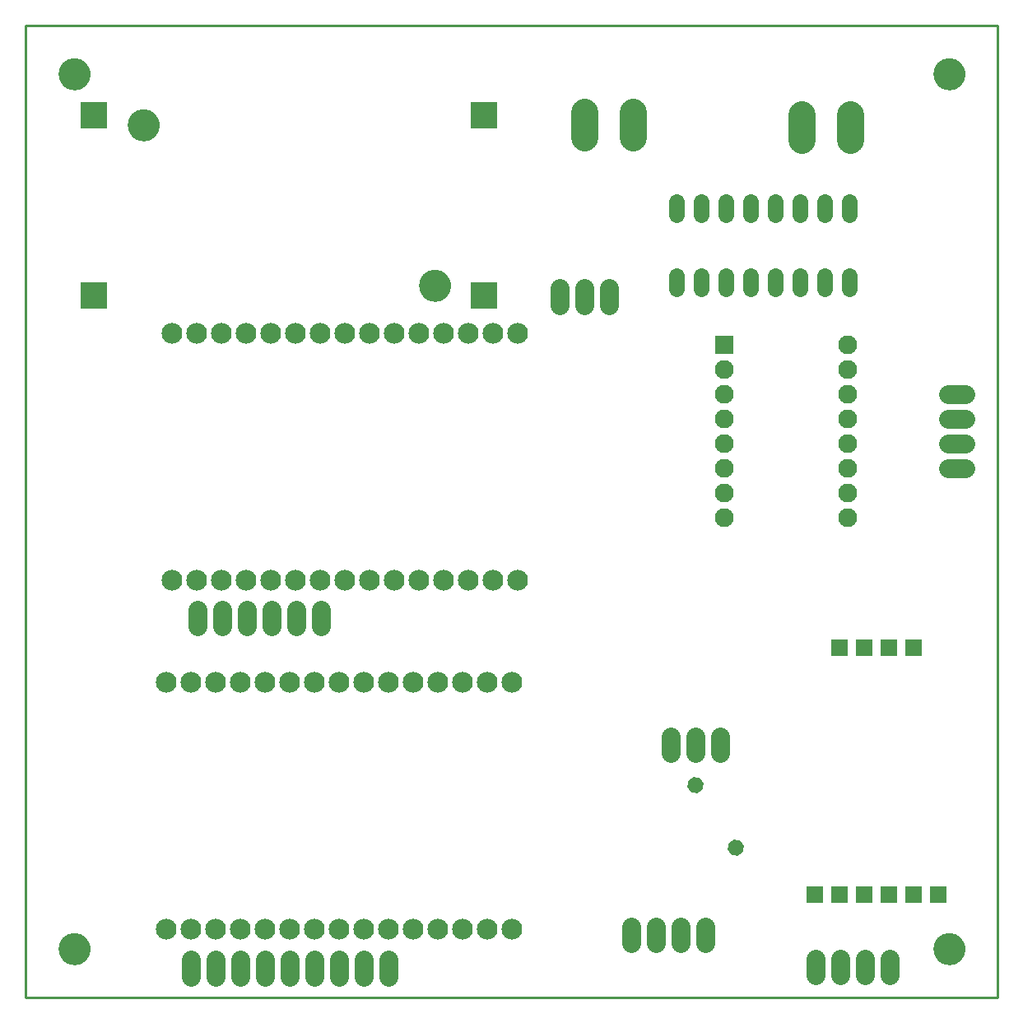
<source format=gbr>
G04 EAGLE Gerber RS-274X export*
G75*
%MOIN*%
%FSLAX34Y34*%
%LPD*%
%INSoldermask Bottom*%
%IPPOS*%
%AMOC8*
5,1,8,0,0,1.08239X$1,22.5*%
G01*
%ADD10C,0.126110*%
%ADD11C,0.062400*%
%ADD12C,0.076000*%
%ADD13R,0.108000X0.108000*%
%ADD14R,0.076268X0.076268*%
%ADD15C,0.076268*%
%ADD16R,0.068236X0.068236*%
%ADD17C,0.110992*%
%ADD18P,0.067541X8X145.100000*%
%ADD19C,0.084000*%
%ADD20C,0.010000*%


D10*
X37402Y37402D03*
X37402Y1969D03*
X1969Y37402D03*
X1969Y1969D03*
D11*
X26362Y28697D02*
X26362Y29241D01*
X27362Y29241D02*
X27362Y28697D01*
X32362Y28697D02*
X32362Y29241D01*
X33362Y29241D02*
X33362Y28697D01*
X28362Y28697D02*
X28362Y29241D01*
X29362Y29241D02*
X29362Y28697D01*
X31362Y28697D02*
X31362Y29241D01*
X30362Y29241D02*
X30362Y28697D01*
X33362Y31697D02*
X33362Y32241D01*
X32362Y32241D02*
X32362Y31697D01*
X31362Y31697D02*
X31362Y32241D01*
X30362Y32241D02*
X30362Y31697D01*
X29362Y31697D02*
X29362Y32241D01*
X28362Y32241D02*
X28362Y31697D01*
X27362Y31697D02*
X27362Y32241D01*
X26362Y32241D02*
X26362Y31697D01*
D12*
X35004Y1560D02*
X35004Y880D01*
X34004Y880D02*
X34004Y1560D01*
X33004Y1560D02*
X33004Y880D01*
X32004Y880D02*
X32004Y1560D01*
X27524Y2180D02*
X27524Y2860D01*
X26524Y2860D02*
X26524Y2180D01*
X25524Y2180D02*
X25524Y2860D01*
X24524Y2860D02*
X24524Y2180D01*
X37377Y21413D02*
X38057Y21413D01*
X38057Y22413D02*
X37377Y22413D01*
X37377Y23413D02*
X38057Y23413D01*
X38057Y24413D02*
X37377Y24413D01*
X21638Y28046D02*
X21638Y28726D01*
X22638Y28726D02*
X22638Y28046D01*
X23638Y28046D02*
X23638Y28726D01*
D10*
X4769Y35337D03*
X16569Y28837D03*
D13*
X18569Y28437D03*
X18569Y35737D03*
X2769Y35737D03*
X2769Y28437D03*
D14*
X28287Y26413D03*
D15*
X28287Y25413D03*
X28287Y24413D03*
X28287Y23413D03*
X28287Y22413D03*
X28287Y21413D03*
X28287Y20413D03*
X28287Y19413D03*
X33287Y19413D03*
X33287Y20413D03*
X33287Y21413D03*
X33287Y22413D03*
X33287Y23413D03*
X33287Y24413D03*
X33287Y25413D03*
X33287Y26413D03*
D16*
X31965Y4169D03*
X32965Y4169D03*
X33965Y4169D03*
X34965Y4169D03*
X35965Y4169D03*
X36965Y4169D03*
X35965Y14169D03*
X34965Y14169D03*
X33965Y14169D03*
X32965Y14169D03*
D17*
X24606Y34839D02*
X24606Y35869D01*
X22638Y35869D02*
X22638Y34839D01*
X31417Y34721D02*
X31417Y35751D01*
X33386Y35751D02*
X33386Y34721D01*
D12*
X28126Y10576D02*
X28126Y9896D01*
X27126Y9896D02*
X27126Y10576D01*
X26126Y10576D02*
X26126Y9896D01*
D18*
X28761Y6059D03*
X27145Y8587D03*
D19*
X5945Y16890D03*
X6945Y16890D03*
X7945Y16890D03*
X8945Y16890D03*
X9945Y16890D03*
X10945Y16890D03*
X11945Y16890D03*
X12945Y16890D03*
X13945Y16890D03*
X14945Y16890D03*
X15945Y16890D03*
X16945Y16890D03*
X17945Y16890D03*
X18945Y16890D03*
X19945Y16890D03*
X5945Y26890D03*
X6945Y26890D03*
X7945Y26890D03*
X8945Y26890D03*
X9945Y26890D03*
X10945Y26890D03*
X11945Y26890D03*
X12945Y26890D03*
X13945Y26890D03*
X14945Y26890D03*
X15945Y26890D03*
X16945Y26890D03*
X17945Y26890D03*
X18945Y26890D03*
X19945Y26890D03*
X5709Y2756D03*
X6709Y2756D03*
X7709Y2756D03*
X8709Y2756D03*
X9709Y2756D03*
X10709Y2756D03*
X11709Y2756D03*
X12709Y2756D03*
X13709Y2756D03*
X14709Y2756D03*
X15709Y2756D03*
X16709Y2756D03*
X17709Y2756D03*
X18709Y2756D03*
X19709Y2756D03*
X5709Y12756D03*
X6709Y12756D03*
X7709Y12756D03*
X8709Y12756D03*
X9709Y12756D03*
X10709Y12756D03*
X11709Y12756D03*
X12709Y12756D03*
X13709Y12756D03*
X14709Y12756D03*
X15709Y12756D03*
X16709Y12756D03*
X17709Y12756D03*
X18709Y12756D03*
X19709Y12756D03*
D12*
X14709Y1521D02*
X14709Y841D01*
X13709Y841D02*
X13709Y1521D01*
X12709Y1521D02*
X12709Y841D01*
X11709Y841D02*
X11709Y1521D01*
X10709Y1521D02*
X10709Y841D01*
X9709Y841D02*
X9709Y1521D01*
X8709Y1521D02*
X8709Y841D01*
X7709Y841D02*
X7709Y1521D01*
X6709Y1521D02*
X6709Y841D01*
X11949Y15014D02*
X11949Y15694D01*
X10949Y15694D02*
X10949Y15014D01*
X9949Y15014D02*
X9949Y15694D01*
X8949Y15694D02*
X8949Y15014D01*
X7949Y15014D02*
X7949Y15694D01*
X6949Y15694D02*
X6949Y15014D01*
D20*
X0Y0D02*
X39370Y0D01*
X39370Y39370D01*
X0Y39370D01*
X0Y0D01*
X37992Y37380D02*
X37989Y37338D01*
X37983Y37297D01*
X37974Y37255D01*
X37962Y37215D01*
X37948Y37175D01*
X37930Y37137D01*
X37910Y37100D01*
X37887Y37065D01*
X37862Y37031D01*
X37834Y36999D01*
X37804Y36969D01*
X37772Y36941D01*
X37739Y36916D01*
X37703Y36893D01*
X37666Y36873D01*
X37628Y36856D01*
X37588Y36841D01*
X37548Y36829D01*
X37506Y36820D01*
X37465Y36814D01*
X37423Y36811D01*
X37380Y36811D01*
X37338Y36814D01*
X37297Y36820D01*
X37255Y36829D01*
X37215Y36841D01*
X37175Y36856D01*
X37137Y36873D01*
X37100Y36893D01*
X37065Y36916D01*
X37031Y36941D01*
X36999Y36969D01*
X36969Y36999D01*
X36941Y37031D01*
X36916Y37065D01*
X36893Y37100D01*
X36873Y37137D01*
X36856Y37175D01*
X36841Y37215D01*
X36829Y37255D01*
X36820Y37297D01*
X36814Y37338D01*
X36811Y37380D01*
X36811Y37423D01*
X36814Y37465D01*
X36820Y37506D01*
X36829Y37548D01*
X36841Y37588D01*
X36856Y37628D01*
X36873Y37666D01*
X36893Y37703D01*
X36916Y37739D01*
X36941Y37772D01*
X36969Y37804D01*
X36999Y37834D01*
X37031Y37862D01*
X37065Y37887D01*
X37100Y37910D01*
X37137Y37930D01*
X37175Y37948D01*
X37215Y37962D01*
X37255Y37974D01*
X37297Y37983D01*
X37338Y37989D01*
X37380Y37992D01*
X37423Y37992D01*
X37465Y37989D01*
X37506Y37983D01*
X37548Y37974D01*
X37588Y37962D01*
X37628Y37948D01*
X37666Y37930D01*
X37703Y37910D01*
X37739Y37887D01*
X37772Y37862D01*
X37804Y37834D01*
X37834Y37804D01*
X37862Y37772D01*
X37887Y37739D01*
X37910Y37703D01*
X37930Y37666D01*
X37948Y37628D01*
X37962Y37588D01*
X37974Y37548D01*
X37983Y37506D01*
X37989Y37465D01*
X37992Y37423D01*
X37992Y37380D01*
X37992Y1947D02*
X37989Y1905D01*
X37983Y1864D01*
X37974Y1822D01*
X37962Y1782D01*
X37948Y1742D01*
X37930Y1704D01*
X37910Y1667D01*
X37887Y1631D01*
X37862Y1598D01*
X37834Y1566D01*
X37804Y1536D01*
X37772Y1508D01*
X37739Y1483D01*
X37703Y1460D01*
X37666Y1440D01*
X37628Y1423D01*
X37588Y1408D01*
X37548Y1396D01*
X37506Y1387D01*
X37465Y1381D01*
X37423Y1378D01*
X37380Y1378D01*
X37338Y1381D01*
X37297Y1387D01*
X37255Y1396D01*
X37215Y1408D01*
X37175Y1423D01*
X37137Y1440D01*
X37100Y1460D01*
X37065Y1483D01*
X37031Y1508D01*
X36999Y1536D01*
X36969Y1566D01*
X36941Y1598D01*
X36916Y1631D01*
X36893Y1667D01*
X36873Y1704D01*
X36856Y1742D01*
X36841Y1782D01*
X36829Y1822D01*
X36820Y1864D01*
X36814Y1905D01*
X36811Y1947D01*
X36811Y1990D01*
X36814Y2032D01*
X36820Y2073D01*
X36829Y2115D01*
X36841Y2155D01*
X36856Y2195D01*
X36873Y2233D01*
X36893Y2270D01*
X36916Y2306D01*
X36941Y2339D01*
X36969Y2371D01*
X36999Y2401D01*
X37031Y2429D01*
X37065Y2454D01*
X37100Y2477D01*
X37137Y2497D01*
X37175Y2514D01*
X37215Y2529D01*
X37255Y2541D01*
X37297Y2550D01*
X37338Y2556D01*
X37380Y2559D01*
X37423Y2559D01*
X37465Y2556D01*
X37506Y2550D01*
X37548Y2541D01*
X37588Y2529D01*
X37628Y2514D01*
X37666Y2497D01*
X37703Y2477D01*
X37739Y2454D01*
X37772Y2429D01*
X37804Y2401D01*
X37834Y2371D01*
X37862Y2339D01*
X37887Y2306D01*
X37910Y2270D01*
X37930Y2233D01*
X37948Y2195D01*
X37962Y2155D01*
X37974Y2115D01*
X37983Y2073D01*
X37989Y2032D01*
X37992Y1990D01*
X37992Y1947D01*
X2559Y37380D02*
X2556Y37338D01*
X2550Y37297D01*
X2541Y37255D01*
X2529Y37215D01*
X2514Y37175D01*
X2497Y37137D01*
X2477Y37100D01*
X2454Y37065D01*
X2429Y37031D01*
X2401Y36999D01*
X2371Y36969D01*
X2339Y36941D01*
X2306Y36916D01*
X2270Y36893D01*
X2233Y36873D01*
X2195Y36856D01*
X2155Y36841D01*
X2115Y36829D01*
X2073Y36820D01*
X2032Y36814D01*
X1990Y36811D01*
X1947Y36811D01*
X1905Y36814D01*
X1864Y36820D01*
X1822Y36829D01*
X1782Y36841D01*
X1742Y36856D01*
X1704Y36873D01*
X1667Y36893D01*
X1631Y36916D01*
X1598Y36941D01*
X1566Y36969D01*
X1536Y36999D01*
X1508Y37031D01*
X1483Y37065D01*
X1460Y37100D01*
X1440Y37137D01*
X1423Y37175D01*
X1408Y37215D01*
X1396Y37255D01*
X1387Y37297D01*
X1381Y37338D01*
X1378Y37380D01*
X1378Y37423D01*
X1381Y37465D01*
X1387Y37506D01*
X1396Y37548D01*
X1408Y37588D01*
X1423Y37628D01*
X1440Y37666D01*
X1460Y37703D01*
X1483Y37739D01*
X1508Y37772D01*
X1536Y37804D01*
X1566Y37834D01*
X1598Y37862D01*
X1631Y37887D01*
X1667Y37910D01*
X1704Y37930D01*
X1742Y37948D01*
X1782Y37962D01*
X1822Y37974D01*
X1864Y37983D01*
X1905Y37989D01*
X1947Y37992D01*
X1990Y37992D01*
X2032Y37989D01*
X2073Y37983D01*
X2115Y37974D01*
X2155Y37962D01*
X2195Y37948D01*
X2233Y37930D01*
X2270Y37910D01*
X2306Y37887D01*
X2339Y37862D01*
X2371Y37834D01*
X2401Y37804D01*
X2429Y37772D01*
X2454Y37739D01*
X2477Y37703D01*
X2497Y37666D01*
X2514Y37628D01*
X2529Y37588D01*
X2541Y37548D01*
X2550Y37506D01*
X2556Y37465D01*
X2559Y37423D01*
X2559Y37380D01*
X2559Y1947D02*
X2556Y1905D01*
X2550Y1864D01*
X2541Y1822D01*
X2529Y1782D01*
X2514Y1742D01*
X2497Y1704D01*
X2477Y1667D01*
X2454Y1631D01*
X2429Y1598D01*
X2401Y1566D01*
X2371Y1536D01*
X2339Y1508D01*
X2306Y1483D01*
X2270Y1460D01*
X2233Y1440D01*
X2195Y1423D01*
X2155Y1408D01*
X2115Y1396D01*
X2073Y1387D01*
X2032Y1381D01*
X1990Y1378D01*
X1947Y1378D01*
X1905Y1381D01*
X1864Y1387D01*
X1822Y1396D01*
X1782Y1408D01*
X1742Y1423D01*
X1704Y1440D01*
X1667Y1460D01*
X1631Y1483D01*
X1598Y1508D01*
X1566Y1536D01*
X1536Y1566D01*
X1508Y1598D01*
X1483Y1631D01*
X1460Y1667D01*
X1440Y1704D01*
X1423Y1742D01*
X1408Y1782D01*
X1396Y1822D01*
X1387Y1864D01*
X1381Y1905D01*
X1378Y1947D01*
X1378Y1990D01*
X1381Y2032D01*
X1387Y2073D01*
X1396Y2115D01*
X1408Y2155D01*
X1423Y2195D01*
X1440Y2233D01*
X1460Y2270D01*
X1483Y2306D01*
X1508Y2339D01*
X1536Y2371D01*
X1566Y2401D01*
X1598Y2429D01*
X1631Y2454D01*
X1667Y2477D01*
X1704Y2497D01*
X1742Y2514D01*
X1782Y2529D01*
X1822Y2541D01*
X1864Y2550D01*
X1905Y2556D01*
X1947Y2559D01*
X1990Y2559D01*
X2032Y2556D01*
X2073Y2550D01*
X2115Y2541D01*
X2155Y2529D01*
X2195Y2514D01*
X2233Y2497D01*
X2270Y2477D01*
X2306Y2454D01*
X2339Y2429D01*
X2371Y2401D01*
X2401Y2371D01*
X2429Y2339D01*
X2454Y2306D01*
X2477Y2270D01*
X2497Y2233D01*
X2514Y2195D01*
X2529Y2155D01*
X2541Y2115D01*
X2550Y2073D01*
X2556Y2032D01*
X2559Y1990D01*
X2559Y1947D01*
X5360Y35316D02*
X5357Y35273D01*
X5351Y35232D01*
X5342Y35190D01*
X5330Y35150D01*
X5315Y35110D01*
X5298Y35072D01*
X5277Y35035D01*
X5255Y35000D01*
X5229Y34966D01*
X5202Y34934D01*
X5172Y34904D01*
X5140Y34876D01*
X5106Y34851D01*
X5071Y34828D01*
X5034Y34808D01*
X4995Y34791D01*
X4956Y34776D01*
X4915Y34764D01*
X4874Y34755D01*
X4832Y34749D01*
X4790Y34746D01*
X4748Y34746D01*
X4706Y34749D01*
X4664Y34755D01*
X4623Y34764D01*
X4583Y34776D01*
X4543Y34791D01*
X4505Y34808D01*
X4468Y34828D01*
X4432Y34851D01*
X4399Y34876D01*
X4367Y34904D01*
X4337Y34934D01*
X4309Y34966D01*
X4284Y35000D01*
X4261Y35035D01*
X4241Y35072D01*
X4223Y35110D01*
X4209Y35150D01*
X4197Y35190D01*
X4188Y35232D01*
X4182Y35273D01*
X4179Y35316D01*
X4179Y35358D01*
X4182Y35400D01*
X4188Y35442D01*
X4197Y35483D01*
X4209Y35523D01*
X4223Y35563D01*
X4241Y35601D01*
X4261Y35638D01*
X4284Y35674D01*
X4309Y35707D01*
X4337Y35739D01*
X4367Y35769D01*
X4399Y35797D01*
X4432Y35822D01*
X4468Y35845D01*
X4505Y35865D01*
X4543Y35883D01*
X4583Y35897D01*
X4623Y35909D01*
X4664Y35918D01*
X4706Y35924D01*
X4748Y35927D01*
X4790Y35927D01*
X4832Y35924D01*
X4874Y35918D01*
X4915Y35909D01*
X4956Y35897D01*
X4995Y35883D01*
X5034Y35865D01*
X5071Y35845D01*
X5106Y35822D01*
X5140Y35797D01*
X5172Y35769D01*
X5202Y35739D01*
X5229Y35707D01*
X5255Y35674D01*
X5277Y35638D01*
X5298Y35601D01*
X5315Y35563D01*
X5330Y35523D01*
X5342Y35483D01*
X5351Y35442D01*
X5357Y35400D01*
X5360Y35358D01*
X5360Y35316D01*
X17160Y28816D02*
X17157Y28773D01*
X17151Y28732D01*
X17142Y28690D01*
X17130Y28650D01*
X17115Y28610D01*
X17098Y28572D01*
X17077Y28535D01*
X17055Y28500D01*
X17029Y28466D01*
X17002Y28434D01*
X16972Y28404D01*
X16940Y28376D01*
X16906Y28351D01*
X16871Y28328D01*
X16834Y28308D01*
X16795Y28291D01*
X16756Y28276D01*
X16715Y28264D01*
X16674Y28255D01*
X16632Y28249D01*
X16590Y28246D01*
X16548Y28246D01*
X16506Y28249D01*
X16464Y28255D01*
X16423Y28264D01*
X16383Y28276D01*
X16343Y28291D01*
X16305Y28308D01*
X16268Y28328D01*
X16232Y28351D01*
X16199Y28376D01*
X16167Y28404D01*
X16137Y28434D01*
X16109Y28466D01*
X16084Y28500D01*
X16061Y28535D01*
X16041Y28572D01*
X16023Y28610D01*
X16009Y28650D01*
X15997Y28690D01*
X15988Y28732D01*
X15982Y28773D01*
X15979Y28816D01*
X15979Y28858D01*
X15982Y28900D01*
X15988Y28942D01*
X15997Y28983D01*
X16009Y29023D01*
X16023Y29063D01*
X16041Y29101D01*
X16061Y29138D01*
X16084Y29174D01*
X16109Y29207D01*
X16137Y29239D01*
X16167Y29269D01*
X16199Y29297D01*
X16232Y29322D01*
X16268Y29345D01*
X16305Y29365D01*
X16343Y29383D01*
X16383Y29397D01*
X16423Y29409D01*
X16464Y29418D01*
X16506Y29424D01*
X16548Y29427D01*
X16590Y29427D01*
X16632Y29424D01*
X16674Y29418D01*
X16715Y29409D01*
X16756Y29397D01*
X16795Y29383D01*
X16834Y29365D01*
X16871Y29345D01*
X16906Y29322D01*
X16940Y29297D01*
X16972Y29269D01*
X17002Y29239D01*
X17029Y29207D01*
X17055Y29174D01*
X17077Y29138D01*
X17098Y29101D01*
X17115Y29063D01*
X17130Y29023D01*
X17142Y28983D01*
X17151Y28942D01*
X17157Y28900D01*
X17160Y28858D01*
X17160Y28816D01*
M02*

</source>
